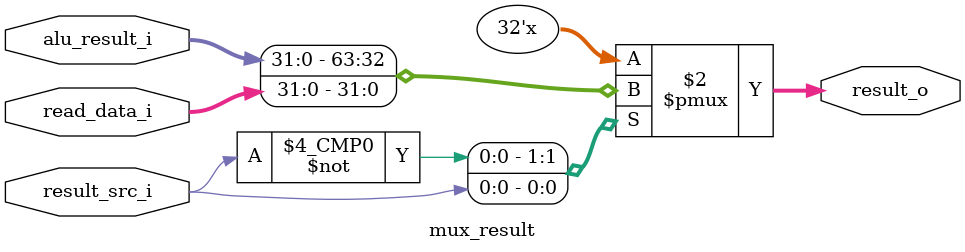
<source format=sv>
`timescale 1ns / 10ps

module mux_result (
  input  logic        result_src_i,
  input  logic [31:0] read_data_i, alu_result_i,
  output logic [31:0] result_o
);

  always_comb begin 
    case (result_src_i)
    1'b0: result_o = alu_result_i;
    1'b1: result_o = read_data_i;
    endcase
    
  end

endmodule
</source>
